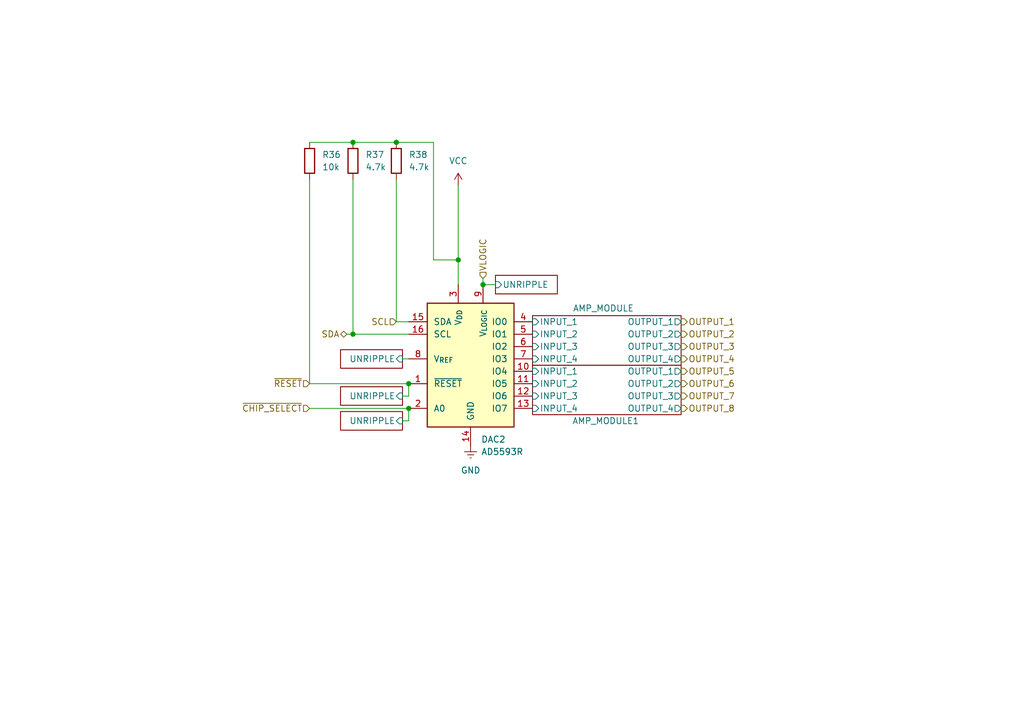
<source format=kicad_sch>
(kicad_sch (version 20250114) (generator "eeschema") (generator_version "9.0")
  (paper "A5")
  (title_block (title "MasterOfMuppets") (rev "0.0.0") (company "y3i12"))
  (lib_symbols
    (symbol "Analog:AD5593R" (pin_names (offset 1.27))
      (property "Reference" "U" (at -8.89 15.24 0))
      (property "Value" "AD5593R" (at 3.81 15.24 0))
      (symbol "AD5593R_0_1"
        (rectangle (start -8.89 13.97) (end 8.89 -11.43) (stroke (width 0.254)) (fill (type background)))
      )
      (symbol "AD5593R_1_1"
        (pin bidirectional line (at -12.7 10.16 0) (length 3.81) (name "SDA") (number "15"))
        (pin input line (at -12.7 7.62 0) (length 3.81) (name "SCL") (number "16"))
        (pin passive line (at -12.7 2.54 0) (length 3.81) (name "V_{REF}") (number "8"))
        (pin input line (at -12.7 -2.54 0) (length 3.81) (name "~{RESET}") (number "1"))
        (pin input line (at -12.7 -7.62 0) (length 3.81) (name "A0") (number "2"))
        (pin power_in line (at -2.54 17.78 270) (length 3.81) (name "V_{DD}") (number "3"))
        (pin power_in line (at 0 -15.24 90) (length 3.81) (name "GND") (number "14"))
        (pin power_in line (at 2.54 17.78 270) (length 3.81) (name "V_{LOGIC}") (number "9"))
        (pin bidirectional line (at 12.7 10.16 180) (length 3.81) (name "IO0") (number "4"))
        (pin bidirectional line (at 12.7 7.62 180) (length 3.81) (name "IO1") (number "5"))
        (pin bidirectional line (at 12.7 5.08 180) (length 3.81) (name "IO2") (number "6"))
        (pin bidirectional line (at 12.7 2.54 180) (length 3.81) (name "IO3") (number "7"))
        (pin bidirectional line (at 12.7 0 180) (length 3.81) (name "IO4") (number "10"))
        (pin bidirectional line (at 12.7 -2.54 180) (length 3.81) (name "IO5") (number "11"))
        (pin bidirectional line (at 12.7 -5.08 180) (length 3.81) (name "IO6") (number "12"))
        (pin bidirectional line (at 12.7 -7.62 180) (length 3.81) (name "IO7") (number "13"))
      )
    )
    (symbol "Device:R" (pin_numbers (hide yes)) (pin_names (offset 0))
      (property "Reference" "R" (at 2.032 0 90))
      (property "Value" "R" (at 0 0 90))
      (symbol "R_0_1"
        (rectangle (start -1.016 -2.54) (end 1.016 2.54) (stroke (width 0.254)))
      )
      (symbol "R_1_1"
        (pin passive line (at 0 3.81 270) (length 1.27) (name "~") (number "1"))
        (pin passive line (at 0 -3.81 90) (length 1.27) (name "~") (number "2"))
      )
    )
    (symbol "power:+5V" (power) (pin_numbers (hide yes)) (pin_names (offset 0) (hide yes))
      (property "Value" "+5V" (at 0 3.556 0))
      (symbol "+5V_0_1"
        (polyline (pts (xy -0.762 1.27) (xy 0 2.54)))
        (polyline (pts (xy 0 2.54) (xy 0.762 1.27)))
        (polyline (pts (xy 0 0) (xy 0 2.54)))
      )
      (symbol "+5V_1_1"
        (pin power_in line (at 0 0 90) (length 0) (name "~") (number "1"))
      )
    )
    (symbol "power:GNDREF" (power) (pin_numbers (hide yes)) (pin_names (offset 0) (hide yes))
      (property "Value" "GNDREF" (at 0 -3.81 0))
      (symbol "GNDREF_0_1"
        (polyline (pts (xy -0.635 -1.905) (xy 0.635 -1.905)))
        (polyline (pts (xy -0.127 -2.54) (xy 0.127 -2.54)))
        (polyline (pts (xy 0 -1.27) (xy 0 0)))
        (polyline (pts (xy 1.27 -1.27) (xy -1.27 -1.27)))
      )
      (symbol "GNDREF_1_1"
        (pin power_in line (at 0 0 270) (length 0) (name "~") (number "1"))
      )
    )
  )
  (junction (at 93.98 53.34))
  (junction (at 99.06 58.42))
  (junction (at 83.82 78.74))
  (junction (at 72.39 68.58))
  (junction (at 81.28 29.21))
  (junction (at 83.82 83.82))
  (junction (at 72.39 29.21))
  (wire (pts (xy 99.06 58.42) (xy 101.6 58.42)))
  (wire (pts (xy 83.82 78.74) (xy 83.82 81.28)))
  (wire (pts (xy 81.28 66.04) (xy 83.82 66.04)))
  (wire (pts (xy 83.82 68.58) (xy 72.39 68.58)))
  (wire (pts (xy 72.39 29.21) (xy 81.28 29.21)))
  (wire (pts (xy 99.06 57.15) (xy 99.06 58.42)))
  (wire (pts (xy 63.5 29.21) (xy 72.39 29.21)))
  (wire (pts (xy 81.28 29.21) (xy 88.9 29.21)))
  (wire (pts (xy 83.82 86.36) (xy 82.55 86.36)))
  (wire (pts (xy 81.28 36.83) (xy 81.28 66.04)))
  (wire (pts (xy 82.55 81.28) (xy 83.82 81.28)))
  (wire (pts (xy 71.12 68.58) (xy 72.39 68.58)))
  (wire (pts (xy 88.9 53.34) (xy 93.98 53.34)))
  (wire (pts (xy 63.5 83.82) (xy 83.82 83.82)))
  (wire (pts (xy 88.9 29.21) (xy 88.9 53.34)))
  (wire (pts (xy 72.39 68.58) (xy 72.39 36.83)))
  (wire (pts (xy 83.82 83.82) (xy 83.82 86.36)))
  (wire (pts (xy 93.98 53.34) (xy 93.98 58.42)))
  (wire (pts (xy 63.5 78.74) (xy 83.82 78.74)))
  (wire (pts (xy 82.55 73.66) (xy 83.82 73.66)))
  (wire (pts (xy 63.5 36.83) (xy 63.5 78.74)))
  (wire (pts (xy 93.98 38.1) (xy 93.98 53.34)))
  (hierarchical_label "~{RESET}" (shape input) (at 63.5 78.74 180))
  (hierarchical_label "SCL" (shape input) (at 81.28 66.04 180))
  (hierarchical_label "VLOGIC" (shape input) (at 99.06 57.15 90))
  (hierarchical_label "OUTPUT_1" (shape output) (at 139.7 66.04 0))
  (hierarchical_label "OUTPUT_6" (shape output) (at 139.7 78.74 0))
  (hierarchical_label "OUTPUT_8" (shape output) (at 139.7 83.82 0))
  (hierarchical_label "OUTPUT_7" (shape output) (at 139.7 81.28 0))
  (hierarchical_label "OUTPUT_5" (shape output) (at 139.7 76.2 0))
  (hierarchical_label "OUTPUT_2" (shape output) (at 139.7 68.58 0))
  (hierarchical_label "OUTPUT_3" (shape output) (at 139.7 71.12 0))
  (hierarchical_label "OUTPUT_4" (shape output) (at 139.7 73.66 0))
  (hierarchical_label "~{CHIP_SELECT}" (shape input) (at 63.5 83.82 180))
  (hierarchical_label "SDA" (shape bidirectional) (at 71.12 68.58 180))
  (symbol (lib_id "Analog:AD5593R") (at 96.52 76.2 0) (unit 1)
    (property "Reference" "DAC1" (at 98.6633 90.17 0) (effects (justify left)))
    (property "Value" "AD5593R" (at 98.6633 92.71 0) (effects (justify left)))
    (property "Footprint" "Package_SO:TSSOP-16_4.4x5mm_P0.65mm" (effects (hide yes)))
    (property "Datasheet" "https://www.analog.com/media/en/technical-documentation/data-sheets/AD5593R.pdf" (effects (hide yes)))
    (property "Description" "8-channel 12bits configurable ADC/DAC/GPIO Internal Reference, I2C interface Integrated temperature sensor,Single Supply, TSSOP-16" (effects (hide yes)))
    (instances (project "MasterOfMuppets" (path "" (reference "DAC2") (unit 1)) (path "" (reference "DAC1") (unit 1))))
  )
  (symbol (lib_id "power:+5V") (at 93.98 38.1 0) (unit 1)
    (property "Reference" "#PWR011" (effects (hide yes)))
    (property "Value" "VCC" (at 93.98 33.02 0))
    (property "Description" "Power symbol creates a global label with name \"+5V\"" (effects (hide yes)))
    (instances (project "MasterOfMuppets" (path "" (reference "#PWR033") (unit 1)) (path "" (reference "#PWR011") (unit 1))))
  )
  (symbol (lib_id "Device:R") (at 81.28 33.02 0) (unit 1)
    (property "Reference" "R3" (at 83.82 31.7499 0) (effects (justify left)))
    (property "Value" "4.7k" (at 83.82 34.2899 0) (effects (justify left)))
    (property "Footprint" "Resistor_SMD:R_0603_1608Metric_Pad0.98x0.95mm_HandSolder" (effects (hide yes)))
    (property "Description" "Resistor" (effects (hide yes)))
    (instances (project "MasterOfMuppets" (path "" (reference "R38") (unit 1)) (path "" (reference "R3") (unit 1))))
  )
  (symbol (lib_id "power:GNDREF") (at 96.52 91.44 0) (unit 1)
    (property "Reference" "#PWR012" (effects (hide yes)))
    (property "Value" "GND" (at 96.52 96.52 0))
    (property "Description" "Power symbol creates a global label with name \"GNDREF\" , reference supply ground" (effects (hide yes)))
    (instances (project "MasterOfMuppets" (path "" (reference "#PWR034") (unit 1)) (path "" (reference "#PWR012") (unit 1))))
  )
  (symbol (lib_id "Device:R") (at 63.5 33.02 0) (unit 1)
    (property "Reference" "R1" (at 66.04 31.7499 0) (effects (justify left)))
    (property "Value" "10k" (at 66.04 34.2899 0) (effects (justify left)))
    (property "Footprint" "Resistor_SMD:R_0603_1608Metric_Pad0.98x0.95mm_HandSolder" (effects (hide yes)))
    (property "Description" "Resistor" (effects (hide yes)))
    (instances (project "MasterOfMuppets" (path "" (reference "R36") (unit 1)) (path "" (reference "R1") (unit 1))))
  )
  (symbol (lib_id "Device:R") (at 72.39 33.02 0) (unit 1)
    (property "Reference" "R2" (at 74.93 31.7499 0) (effects (justify left)))
    (property "Value" "4.7k" (at 74.93 34.2899 0) (effects (justify left)))
    (property "Footprint" "Resistor_SMD:R_0603_1608Metric_Pad0.98x0.95mm_HandSolder" (effects (hide yes)))
    (property "Description" "Resistor" (effects (hide yes)))
    (instances (project "MasterOfMuppets" (path "" (reference "R37") (unit 1)) (path "" (reference "R2") (unit 1))))
  )
  (sheet (at 109.22 64.77) (size 30.48 10.16) (stroke (width 0.1524))
    (property "Sheetname" "AMP_MODULE" (at 117.475 64.008 0) (effects (justify left bottom)))
    (property "Sheetfile" "amp_module.kicad_sch" (effects (hide yes)))
    (pin "INPUT_1" input (at 109.22 66.04 180))
    (pin "INPUT_2" input (at 109.22 68.58 180))
    (pin "INPUT_3" input (at 109.22 71.12 180))
    (pin "INPUT_4" input (at 109.22 73.66 180))
    (pin "OUTPUT_1" output (at 139.7 66.04 0))
    (pin "OUTPUT_2" output (at 139.7 68.58 0))
    (pin "OUTPUT_3" output (at 139.7 71.12 0))
    (pin "OUTPUT_4" output (at 139.7 73.66 0))
  )
  (sheet (at 69.85 71.755) (size 12.7 3.81) (stroke (width 0.1524))
    (property "Sheetname" "UNRIPPLE_MODULE1" (effects (hide yes)))
    (property "Sheetfile" "unripple_module.kicad_sch" (effects (hide yes)))
    (pin "UNRIPPLE" input (at 82.55 73.66 0))
  )
  (sheet (at 109.22 74.93) (size 30.48 10.16) (stroke (width 0.1524))
    (property "Sheetname" "AMP_MODULE1" (at 117.348 87.122 0) (effects (justify left bottom)))
    (property "Sheetfile" "amp_module.kicad_sch" (effects (hide yes)))
    (pin "INPUT_1" input (at 109.22 76.2 180))
    (pin "INPUT_2" input (at 109.22 78.74 180))
    (pin "INPUT_3" input (at 109.22 81.28 180))
    (pin "INPUT_4" input (at 109.22 83.82 180))
    (pin "OUTPUT_1" output (at 139.7 76.2 0))
    (pin "OUTPUT_2" output (at 139.7 78.74 0))
    (pin "OUTPUT_3" output (at 139.7 81.28 0))
    (pin "OUTPUT_4" output (at 139.7 83.82 0))
  )
  (sheet (at 69.85 79.375) (size 12.7 3.81) (stroke (width 0.1524))
    (property "Sheetname" "UNRIPPLE_MODULE2" (effects (hide yes)))
    (property "Sheetfile" "unripple_module.kicad_sch" (effects (hide yes)))
    (pin "UNRIPPLE" input (at 82.55 81.28 0))
  )
  (sheet (at 101.6 56.515) (size 12.7 3.81) (stroke (width 0.1524))
    (property "Sheetname" "UNRIPPLE_MODULE" (effects (hide yes)))
    (property "Sheetfile" "unripple_module.kicad_sch" (effects (hide yes)))
    (pin "UNRIPPLE" input (at 101.6 58.42 180))
  )
  (sheet (at 69.85 84.455) (size 12.7 3.81) (stroke (width 0.1524))
    (property "Sheetname" "UNRIPPLE_MODULE3" (effects (hide yes)))
    (property "Sheetfile" "unripple_module.kicad_sch" (effects (hide yes)))
    (pin "UNRIPPLE" input (at 82.55 86.36 0))
  )
)
</source>
